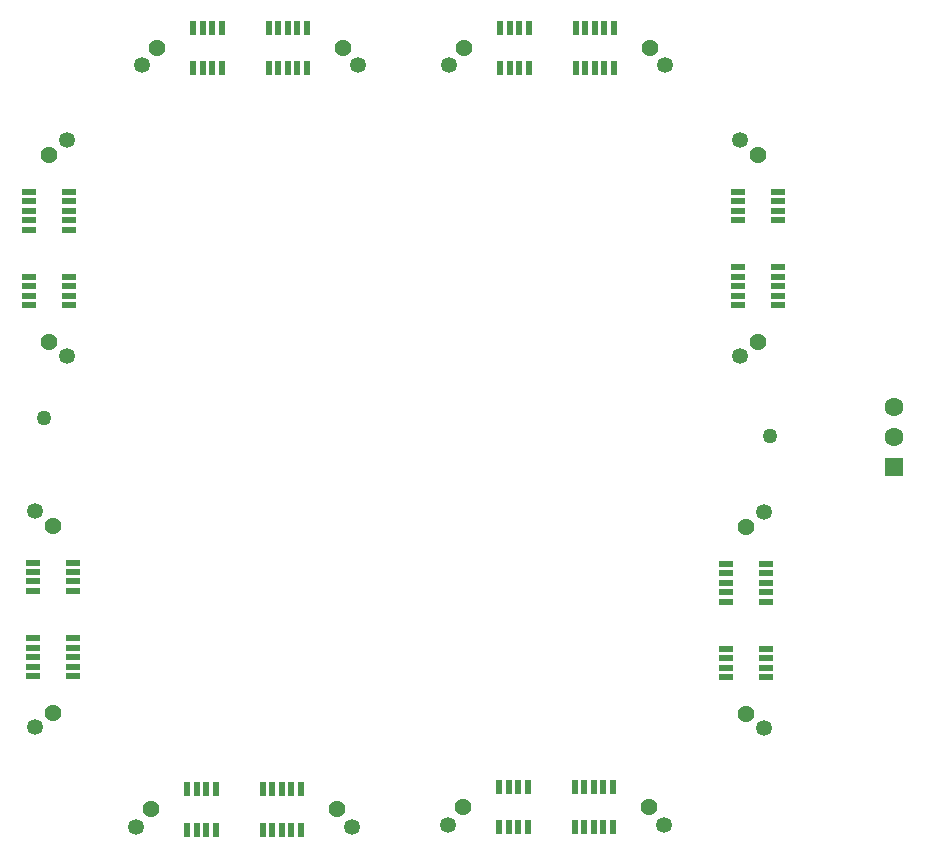
<source format=gbr>
%TF.GenerationSoftware,KiCad,Pcbnew,9.0.2*%
%TF.CreationDate,2025-05-28T10:28:05-07:00*%
%TF.ProjectId,8_Ch_Connector_CAEN_Adapter,385f4368-5f43-46f6-9e6e-6563746f725f,rev?*%
%TF.SameCoordinates,Original*%
%TF.FileFunction,Soldermask,Top*%
%TF.FilePolarity,Negative*%
%FSLAX46Y46*%
G04 Gerber Fmt 4.6, Leading zero omitted, Abs format (unit mm)*
G04 Created by KiCad (PCBNEW 9.0.2) date 2025-05-28 10:28:05*
%MOMM*%
%LPD*%
G01*
G04 APERTURE LIST*
G04 Aperture macros list*
%AMRoundRect*
0 Rectangle with rounded corners*
0 $1 Rounding radius*
0 $2 $3 $4 $5 $6 $7 $8 $9 X,Y pos of 4 corners*
0 Add a 4 corners polygon primitive as box body*
4,1,4,$2,$3,$4,$5,$6,$7,$8,$9,$2,$3,0*
0 Add four circle primitives for the rounded corners*
1,1,$1+$1,$2,$3*
1,1,$1+$1,$4,$5*
1,1,$1+$1,$6,$7*
1,1,$1+$1,$8,$9*
0 Add four rect primitives between the rounded corners*
20,1,$1+$1,$2,$3,$4,$5,0*
20,1,$1+$1,$4,$5,$6,$7,0*
20,1,$1+$1,$6,$7,$8,$9,0*
20,1,$1+$1,$8,$9,$2,$3,0*%
G04 Aperture macros list end*
%ADD10C,1.350000*%
%ADD11R,0.500000X1.200000*%
%ADD12C,1.431000*%
%ADD13R,1.200000X0.500000*%
%ADD14RoundRect,0.102000X0.699000X-0.699000X0.699000X0.699000X-0.699000X0.699000X-0.699000X-0.699000X0*%
%ADD15C,1.602000*%
%ADD16C,1.270000*%
G04 APERTURE END LIST*
D10*
%TO.C,J\u002A\u002A*%
X166755000Y-117800000D03*
X185045000Y-117800000D03*
D11*
X171100000Y-118000000D03*
X171100000Y-114600000D03*
X171900000Y-118000000D03*
X171900000Y-114600000D03*
X172700000Y-118000000D03*
X172700000Y-114600000D03*
X173500000Y-118000000D03*
X173500000Y-114600000D03*
X177500000Y-118000000D03*
X177500000Y-114600000D03*
X178300000Y-118000000D03*
X178300000Y-114600000D03*
X179100000Y-118000000D03*
X179100000Y-114600000D03*
X179900000Y-118000000D03*
X179900000Y-114600000D03*
X180700000Y-118000000D03*
X180700000Y-114600000D03*
D12*
X168005000Y-116300000D03*
X183795000Y-116300000D03*
%TD*%
D10*
%TO.C,J\u002A\u002A*%
X166855000Y-53500000D03*
X185145000Y-53500000D03*
D11*
X171200000Y-53700000D03*
X171200000Y-50300000D03*
X172000000Y-53700000D03*
X172000000Y-50300000D03*
X172800000Y-53700000D03*
X172800000Y-50300000D03*
X173600000Y-53700000D03*
X173600000Y-50300000D03*
X177600000Y-53700000D03*
X177600000Y-50300000D03*
X178400000Y-53700000D03*
X178400000Y-50300000D03*
X179200000Y-53700000D03*
X179200000Y-50300000D03*
X180000000Y-53700000D03*
X180000000Y-50300000D03*
X180800000Y-53700000D03*
X180800000Y-50300000D03*
D12*
X168105000Y-52000000D03*
X183895000Y-52000000D03*
%TD*%
D10*
%TO.C,J\u002A\u002A*%
X134500000Y-78145000D03*
X134500000Y-59855000D03*
D13*
X134700000Y-73800000D03*
X131300000Y-73800000D03*
X134700000Y-73000000D03*
X131300000Y-73000000D03*
X134700000Y-72200000D03*
X131300000Y-72200000D03*
X134700000Y-71400000D03*
X131300000Y-71400000D03*
X134700000Y-67400000D03*
X131300000Y-67400000D03*
X134700000Y-66600000D03*
X131300000Y-66600000D03*
X134700000Y-65800000D03*
X131300000Y-65800000D03*
X134700000Y-65000000D03*
X131300000Y-65000000D03*
X134700000Y-64200000D03*
X131300000Y-64200000D03*
D12*
X133000000Y-76895000D03*
X133000000Y-61105000D03*
%TD*%
D14*
%TO.C,REF\u002A\u002A*%
X204500000Y-87540000D03*
D15*
X204500000Y-85000000D03*
X204500000Y-82460000D03*
%TD*%
D10*
%TO.C,J\u002A\u002A*%
X140855000Y-53500000D03*
X159145000Y-53500000D03*
D11*
X145200000Y-53700000D03*
X145200000Y-50300000D03*
X146000000Y-53700000D03*
X146000000Y-50300000D03*
X146800000Y-53700000D03*
X146800000Y-50300000D03*
X147600000Y-53700000D03*
X147600000Y-50300000D03*
X151600000Y-53700000D03*
X151600000Y-50300000D03*
X152400000Y-53700000D03*
X152400000Y-50300000D03*
X153200000Y-53700000D03*
X153200000Y-50300000D03*
X154000000Y-53700000D03*
X154000000Y-50300000D03*
X154800000Y-53700000D03*
X154800000Y-50300000D03*
D12*
X142105000Y-52000000D03*
X157895000Y-52000000D03*
%TD*%
D10*
%TO.C,J\u002A\u002A*%
X140355000Y-118000000D03*
X158645000Y-118000000D03*
D11*
X144700000Y-118200000D03*
X144700000Y-114800000D03*
X145500000Y-118200000D03*
X145500000Y-114800000D03*
X146300000Y-118200000D03*
X146300000Y-114800000D03*
X147100000Y-118200000D03*
X147100000Y-114800000D03*
X151100000Y-118200000D03*
X151100000Y-114800000D03*
X151900000Y-118200000D03*
X151900000Y-114800000D03*
X152700000Y-118200000D03*
X152700000Y-114800000D03*
X153500000Y-118200000D03*
X153500000Y-114800000D03*
X154300000Y-118200000D03*
X154300000Y-114800000D03*
D12*
X141605000Y-116500000D03*
X157395000Y-116500000D03*
%TD*%
D10*
%TO.C,J\u002A\u002A*%
X193500000Y-109645000D03*
X193500000Y-91355000D03*
D13*
X193700000Y-105300000D03*
X190300000Y-105300000D03*
X193700000Y-104500000D03*
X190300000Y-104500000D03*
X193700000Y-103700000D03*
X190300000Y-103700000D03*
X193700000Y-102900000D03*
X190300000Y-102900000D03*
X193700000Y-98900000D03*
X190300000Y-98900000D03*
X193700000Y-98100000D03*
X190300000Y-98100000D03*
X193700000Y-97300000D03*
X190300000Y-97300000D03*
X193700000Y-96500000D03*
X190300000Y-96500000D03*
X193700000Y-95700000D03*
X190300000Y-95700000D03*
D12*
X192000000Y-108395000D03*
X192000000Y-92605000D03*
%TD*%
D10*
%TO.C,J\u002A\u002A*%
X131800000Y-91255000D03*
X131800000Y-109545000D03*
D13*
X131600000Y-95600000D03*
X135000000Y-95600000D03*
X131600000Y-96400000D03*
X135000000Y-96400000D03*
X131600000Y-97200000D03*
X135000000Y-97200000D03*
X131600000Y-98000000D03*
X135000000Y-98000000D03*
X131600000Y-102000000D03*
X135000000Y-102000000D03*
X131600000Y-102800000D03*
X135000000Y-102800000D03*
X131600000Y-103600000D03*
X135000000Y-103600000D03*
X131600000Y-104400000D03*
X135000000Y-104400000D03*
X131600000Y-105200000D03*
X135000000Y-105200000D03*
D12*
X133300000Y-92505000D03*
X133300000Y-108295000D03*
%TD*%
D10*
%TO.C,J\u002A\u002A*%
X191500000Y-59855000D03*
X191500000Y-78145000D03*
D13*
X191300000Y-64200000D03*
X194700000Y-64200000D03*
X191300000Y-65000000D03*
X194700000Y-65000000D03*
X191300000Y-65800000D03*
X194700000Y-65800000D03*
X191300000Y-66600000D03*
X194700000Y-66600000D03*
X191300000Y-70600000D03*
X194700000Y-70600000D03*
X191300000Y-71400000D03*
X194700000Y-71400000D03*
X191300000Y-72200000D03*
X194700000Y-72200000D03*
X191300000Y-73000000D03*
X194700000Y-73000000D03*
X191300000Y-73800000D03*
X194700000Y-73800000D03*
D12*
X193000000Y-61105000D03*
X193000000Y-76895000D03*
%TD*%
D16*
%TO.C,REF\u002A\u002A*%
X132600000Y-83400000D03*
X194000000Y-84900000D03*
%TD*%
M02*

</source>
